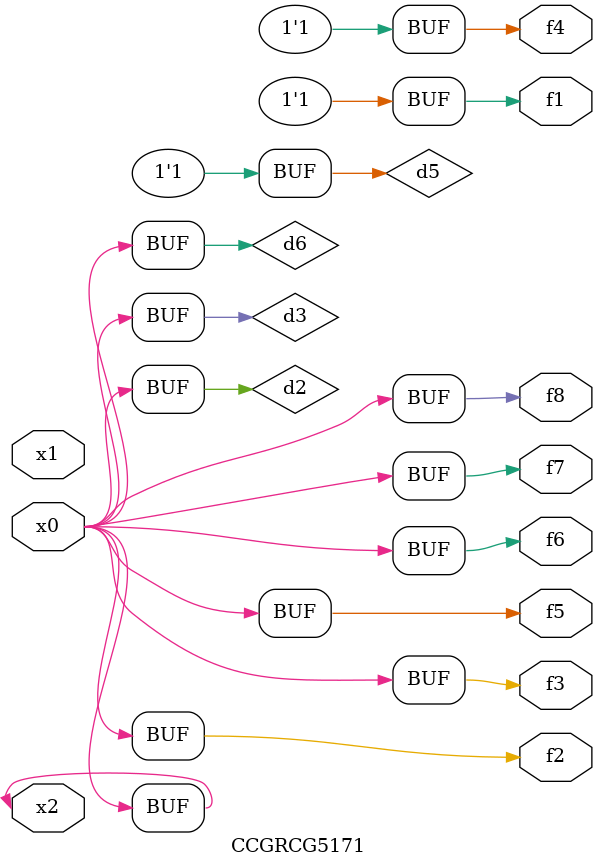
<source format=v>
module CCGRCG5171(
	input x0, x1, x2,
	output f1, f2, f3, f4, f5, f6, f7, f8
);

	wire d1, d2, d3, d4, d5, d6;

	xnor (d1, x2);
	buf (d2, x0, x2);
	and (d3, x0);
	xnor (d4, x1, x2);
	nand (d5, d1, d3);
	buf (d6, d2, d3);
	assign f1 = d5;
	assign f2 = d6;
	assign f3 = d6;
	assign f4 = d5;
	assign f5 = d6;
	assign f6 = d6;
	assign f7 = d6;
	assign f8 = d6;
endmodule

</source>
